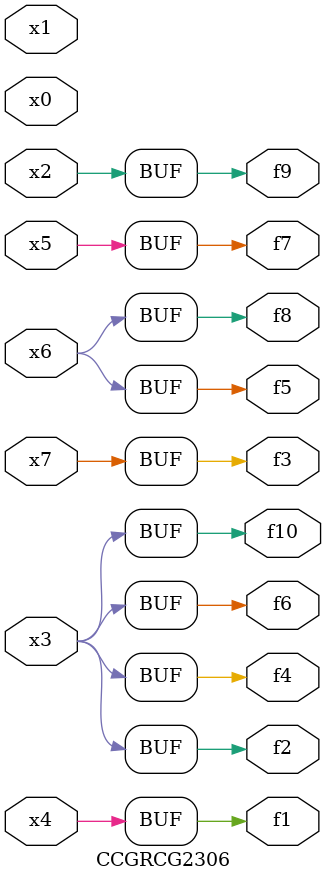
<source format=v>
module CCGRCG2306(
	input x0, x1, x2, x3, x4, x5, x6, x7,
	output f1, f2, f3, f4, f5, f6, f7, f8, f9, f10
);
	assign f1 = x4;
	assign f2 = x3;
	assign f3 = x7;
	assign f4 = x3;
	assign f5 = x6;
	assign f6 = x3;
	assign f7 = x5;
	assign f8 = x6;
	assign f9 = x2;
	assign f10 = x3;
endmodule

</source>
